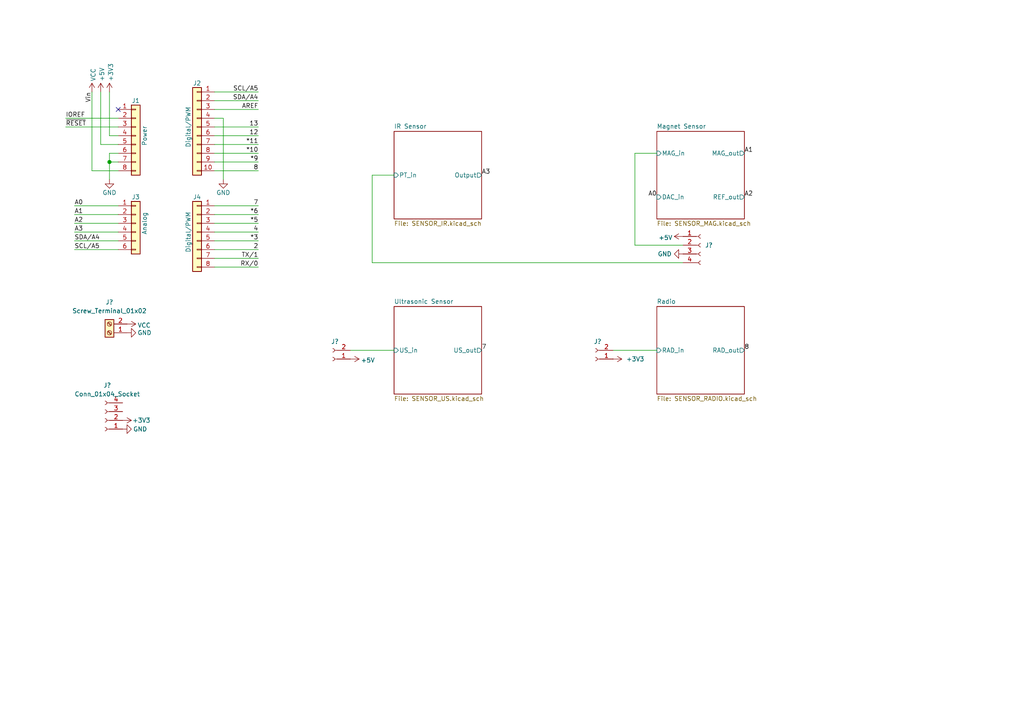
<source format=kicad_sch>
(kicad_sch (version 20231120) (generator "eeschema") (generator_version "8.0")
  (paper "A4")
  (title_block (date "2024-05-30") (company "Group 27") (comment 1 "* Indicates a PWM-capable pin (Atmega328P boards only)"))
  (lib_symbols
    (symbol "+3V3_1" (power) (pin_numbers hide) (pin_names (offset 0) hide)
      (property "Value" "+3V3" (at 0 3.556 0))
      (symbol "+3V3_1_0_1"
        (polyline (pts (xy -0.762 1.27) (xy 0 2.54)))
        (polyline (pts (xy 0 0) (xy 0 2.54)))
        (polyline (pts (xy 0 2.54) (xy 0.762 1.27)))
      )
      (symbol "+3V3_1_1_1"
        (pin power_in line (at 0 0 90) (length 0) (name "~") (number "1"))
      )
    )
    (symbol "Connector:Conn_01x02_Socket" (pin_names (offset 1.016) hide)
      (property "Reference" "J" (at 0 2.54 0))
      (property "Value" "Conn_01x02_Socket" (at 0 -5.08 0))
      (symbol "Conn_01x02_Socket_1_1"
        (arc (start 0 -2.032) (mid -0.5058 -2.54) (end 0 -3.048) (stroke (width 0.1524)))
        (polyline (pts (xy -1.27 -2.54) (xy -0.508 -2.54)) (stroke (width 0.1524)))
        (polyline (pts (xy -1.27 0) (xy -0.508 0)) (stroke (width 0.1524)))
        (arc (start 0 0.508) (mid -0.5058 0) (end 0 -0.508) (stroke (width 0.1524)))
        (pin passive line (at -5.08 0 0) (length 3.81) (name "Pin_1") (number "1"))
        (pin passive line (at -5.08 -2.54 0) (length 3.81) (name "Pin_2") (number "2"))
      )
    )
    (symbol "Connector:Conn_01x04_Socket" (pin_names (offset 1.016) hide)
      (property "Reference" "J" (at 0 5.08 0))
      (property "Value" "Conn_01x04_Socket" (at 0 -7.62 0))
      (symbol "Conn_01x04_Socket_1_1"
        (arc (start 0 -4.572) (mid -0.5058 -5.08) (end 0 -5.588) (stroke (width 0.1524)))
        (arc (start 0 -2.032) (mid -0.5058 -2.54) (end 0 -3.048) (stroke (width 0.1524)))
        (polyline (pts (xy -1.27 -5.08) (xy -0.508 -5.08)) (stroke (width 0.1524)))
        (polyline (pts (xy -1.27 -2.54) (xy -0.508 -2.54)) (stroke (width 0.1524)))
        (polyline (pts (xy -1.27 0) (xy -0.508 0)) (stroke (width 0.1524)))
        (polyline (pts (xy -1.27 2.54) (xy -0.508 2.54)) (stroke (width 0.1524)))
        (arc (start 0 0.508) (mid -0.5058 0) (end 0 -0.508) (stroke (width 0.1524)))
        (arc (start 0 3.048) (mid -0.5058 2.54) (end 0 2.032) (stroke (width 0.1524)))
        (pin passive line (at -5.08 2.54 0) (length 3.81) (name "Pin_1") (number "1"))
        (pin passive line (at -5.08 0 0) (length 3.81) (name "Pin_2") (number "2"))
        (pin passive line (at -5.08 -2.54 0) (length 3.81) (name "Pin_3") (number "3"))
        (pin passive line (at -5.08 -5.08 0) (length 3.81) (name "Pin_4") (number "4"))
      )
    )
    (symbol "Connector:Screw_Terminal_01x02" (pin_names (offset 1.016) hide)
      (property "Reference" "J" (at 0 2.54 0))
      (property "Value" "Screw_Terminal_01x02" (at 0 -5.08 0))
      (symbol "Screw_Terminal_01x02_1_1"
        (rectangle (start -1.27 1.27) (end 1.27 -3.81) (stroke (width 0.254)) (fill (type background)))
        (circle (center 0 -2.54) (radius 0.635) (stroke (width 0.1524)))
        (polyline (pts (xy -0.5334 -2.2098) (xy 0.3302 -3.048)) (stroke (width 0.1524)))
        (polyline (pts (xy -0.5334 0.3302) (xy 0.3302 -0.508)) (stroke (width 0.1524)))
        (polyline (pts (xy -0.3556 -2.032) (xy 0.508 -2.8702)) (stroke (width 0.1524)))
        (polyline (pts (xy -0.3556 0.508) (xy 0.508 -0.3302)) (stroke (width 0.1524)))
        (circle (center 0 0) (radius 0.635) (stroke (width 0.1524)))
        (pin passive line (at -5.08 0 0) (length 3.81) (name "Pin_1") (number "1"))
        (pin passive line (at -5.08 -2.54 0) (length 3.81) (name "Pin_2") (number "2"))
      )
    )
    (symbol "Connector_Generic:Conn_01x06" (pin_names (offset 1.016) hide)
      (property "Reference" "J" (at 0 7.62 0))
      (property "Value" "Conn_01x06" (at 0 -10.16 0))
      (symbol "Conn_01x06_1_1"
        (rectangle (start -1.27 -7.493) (end 0 -7.747) (stroke (width 0.1524)))
        (rectangle (start -1.27 -4.953) (end 0 -5.207) (stroke (width 0.1524)))
        (rectangle (start -1.27 -2.413) (end 0 -2.667) (stroke (width 0.1524)))
        (rectangle (start -1.27 0.127) (end 0 -0.127) (stroke (width 0.1524)))
        (rectangle (start -1.27 2.667) (end 0 2.413) (stroke (width 0.1524)))
        (rectangle (start -1.27 5.207) (end 0 4.953) (stroke (width 0.1524)))
        (rectangle (start -1.27 6.35) (end 1.27 -8.89) (stroke (width 0.254)) (fill (type background)))
        (pin passive line (at -5.08 5.08 0) (length 3.81) (name "Pin_1") (number "1"))
        (pin passive line (at -5.08 2.54 0) (length 3.81) (name "Pin_2") (number "2"))
        (pin passive line (at -5.08 0 0) (length 3.81) (name "Pin_3") (number "3"))
        (pin passive line (at -5.08 -2.54 0) (length 3.81) (name "Pin_4") (number "4"))
        (pin passive line (at -5.08 -5.08 0) (length 3.81) (name "Pin_5") (number "5"))
        (pin passive line (at -5.08 -7.62 0) (length 3.81) (name "Pin_6") (number "6"))
      )
    )
    (symbol "Connector_Generic:Conn_01x08" (pin_names (offset 1.016) hide)
      (property "Reference" "J" (at 0 10.16 0))
      (property "Value" "Conn_01x08" (at 0 -12.7 0))
      (symbol "Conn_01x08_1_1"
        (rectangle (start -1.27 -10.033) (end 0 -10.287) (stroke (width 0.1524)))
        (rectangle (start -1.27 -7.493) (end 0 -7.747) (stroke (width 0.1524)))
        (rectangle (start -1.27 -4.953) (end 0 -5.207) (stroke (width 0.1524)))
        (rectangle (start -1.27 -2.413) (end 0 -2.667) (stroke (width 0.1524)))
        (rectangle (start -1.27 0.127) (end 0 -0.127) (stroke (width 0.1524)))
        (rectangle (start -1.27 2.667) (end 0 2.413) (stroke (width 0.1524)))
        (rectangle (start -1.27 5.207) (end 0 4.953) (stroke (width 0.1524)))
        (rectangle (start -1.27 7.747) (end 0 7.493) (stroke (width 0.1524)))
        (rectangle (start -1.27 8.89) (end 1.27 -11.43) (stroke (width 0.254)) (fill (type background)))
        (pin passive line (at -5.08 7.62 0) (length 3.81) (name "Pin_1") (number "1"))
        (pin passive line (at -5.08 5.08 0) (length 3.81) (name "Pin_2") (number "2"))
        (pin passive line (at -5.08 2.54 0) (length 3.81) (name "Pin_3") (number "3"))
        (pin passive line (at -5.08 0 0) (length 3.81) (name "Pin_4") (number "4"))
        (pin passive line (at -5.08 -2.54 0) (length 3.81) (name "Pin_5") (number "5"))
        (pin passive line (at -5.08 -5.08 0) (length 3.81) (name "Pin_6") (number "6"))
        (pin passive line (at -5.08 -7.62 0) (length 3.81) (name "Pin_7") (number "7"))
        (pin passive line (at -5.08 -10.16 0) (length 3.81) (name "Pin_8") (number "8"))
      )
    )
    (symbol "Connector_Generic:Conn_01x10" (pin_names (offset 1.016) hide)
      (property "Reference" "J" (at 0 12.7 0))
      (property "Value" "Conn_01x10" (at 0 -15.24 0))
      (symbol "Conn_01x10_1_1"
        (rectangle (start -1.27 -12.573) (end 0 -12.827) (stroke (width 0.1524)))
        (rectangle (start -1.27 -10.033) (end 0 -10.287) (stroke (width 0.1524)))
        (rectangle (start -1.27 -7.493) (end 0 -7.747) (stroke (width 0.1524)))
        (rectangle (start -1.27 -4.953) (end 0 -5.207) (stroke (width 0.1524)))
        (rectangle (start -1.27 -2.413) (end 0 -2.667) (stroke (width 0.1524)))
        (rectangle (start -1.27 0.127) (end 0 -0.127) (stroke (width 0.1524)))
        (rectangle (start -1.27 2.667) (end 0 2.413) (stroke (width 0.1524)))
        (rectangle (start -1.27 5.207) (end 0 4.953) (stroke (width 0.1524)))
        (rectangle (start -1.27 7.747) (end 0 7.493) (stroke (width 0.1524)))
        (rectangle (start -1.27 10.287) (end 0 10.033) (stroke (width 0.1524)))
        (rectangle (start -1.27 11.43) (end 1.27 -13.97) (stroke (width 0.254)) (fill (type background)))
        (pin passive line (at -5.08 10.16 0) (length 3.81) (name "Pin_1") (number "1"))
        (pin passive line (at -5.08 -12.7 0) (length 3.81) (name "Pin_10") (number "10"))
        (pin passive line (at -5.08 7.62 0) (length 3.81) (name "Pin_2") (number "2"))
        (pin passive line (at -5.08 5.08 0) (length 3.81) (name "Pin_3") (number "3"))
        (pin passive line (at -5.08 2.54 0) (length 3.81) (name "Pin_4") (number "4"))
        (pin passive line (at -5.08 0 0) (length 3.81) (name "Pin_5") (number "5"))
        (pin passive line (at -5.08 -2.54 0) (length 3.81) (name "Pin_6") (number "6"))
        (pin passive line (at -5.08 -5.08 0) (length 3.81) (name "Pin_7") (number "7"))
        (pin passive line (at -5.08 -7.62 0) (length 3.81) (name "Pin_8") (number "8"))
        (pin passive line (at -5.08 -10.16 0) (length 3.81) (name "Pin_9") (number "9"))
      )
    )
    (symbol "power:+3V3" (power) (pin_names (offset 0))
      (property "Value" "+3V3" (at 0 3.556 0))
      (symbol "+3V3_0_1"
        (polyline (pts (xy -0.762 1.27) (xy 0 2.54)))
        (polyline (pts (xy 0 0) (xy 0 2.54)))
        (polyline (pts (xy 0 2.54) (xy 0.762 1.27)))
      )
      (symbol "+3V3_1_1"
        (pin power_in line (at 0 0 90) (length 0) hide (name "+3V3") (number "1"))
      )
    )
    (symbol "power:+5V" (power) (pin_names (offset 0))
      (property "Value" "+5V" (at 0 3.556 0))
      (symbol "+5V_0_1"
        (polyline (pts (xy -0.762 1.27) (xy 0 2.54)))
        (polyline (pts (xy 0 0) (xy 0 2.54)))
        (polyline (pts (xy 0 2.54) (xy 0.762 1.27)))
      )
      (symbol "+5V_1_1"
        (pin power_in line (at 0 0 90) (length 0) hide (name "+5V") (number "1"))
      )
    )
    (symbol "power:GND" (power) (pin_names (offset 0))
      (property "Value" "GND" (at 0 -3.81 0))
      (symbol "GND_0_1"
        (polyline (pts (xy 0 0) (xy 0 -1.27) (xy 1.27 -1.27) (xy 0 -2.54) (xy -1.27 -1.27) (xy 0 -1.27)))
      )
      (symbol "GND_1_1"
        (pin power_in line (at 0 0 270) (length 0) hide (name "GND") (number "1"))
      )
    )
    (symbol "power:VCC" (power) (pin_names (offset 0))
      (property "Value" "VCC" (at 0 3.81 0))
      (symbol "VCC_0_1"
        (polyline (pts (xy -0.762 1.27) (xy 0 2.54)))
        (polyline (pts (xy 0 0) (xy 0 2.54)))
        (polyline (pts (xy 0 2.54) (xy 0.762 1.27)))
      )
      (symbol "VCC_1_1"
        (pin power_in line (at 0 0 90) (length 0) hide (name "VCC") (number "1"))
      )
    )
  )
  (junction (at 31.75 46.99) (diameter 1.016))
  (no_connect (at 34.29 31.75))
  (wire (pts (xy 62.23 77.47) (xy 74.93 77.47)))
  (wire (pts (xy 62.23 44.45) (xy 74.93 44.45)))
  (wire (pts (xy 62.23 26.67) (xy 74.93 26.67)))
  (wire (pts (xy 107.95 50.8) (xy 114.3 50.8)))
  (wire (pts (xy 31.75 44.45) (xy 31.75 46.99)))
  (wire (pts (xy 21.59 72.39) (xy 34.29 72.39)))
  (wire (pts (xy 31.75 46.99) (xy 31.75 52.07)))
  (wire (pts (xy 31.75 39.37) (xy 34.29 39.37)))
  (wire (pts (xy 29.21 41.91) (xy 34.29 41.91)))
  (wire (pts (xy 29.21 26.67) (xy 29.21 41.91)))
  (wire (pts (xy 62.23 36.83) (xy 74.93 36.83)))
  (wire (pts (xy 31.75 26.67) (xy 31.75 39.37)))
  (wire (pts (xy 62.23 59.69) (xy 74.93 59.69)))
  (wire (pts (xy 34.29 59.69) (xy 21.59 59.69)))
  (wire (pts (xy 62.23 39.37) (xy 74.93 39.37)))
  (wire (pts (xy 62.23 62.23) (xy 74.93 62.23)))
  (wire (pts (xy 62.23 46.99) (xy 74.93 46.99)))
  (wire (pts (xy 62.23 67.31) (xy 74.93 67.31)))
  (wire (pts (xy 198.12 76.2) (xy 107.95 76.2)))
  (wire (pts (xy 19.05 34.29) (xy 34.29 34.29)))
  (wire (pts (xy 64.77 34.29) (xy 64.77 52.07)))
  (wire (pts (xy 62.23 31.75) (xy 74.93 31.75)))
  (wire (pts (xy 107.95 76.2) (xy 107.95 50.8)))
  (wire (pts (xy 34.29 64.77) (xy 21.59 64.77)))
  (wire (pts (xy 19.05 36.83) (xy 34.29 36.83)))
  (wire (pts (xy 34.29 46.99) (xy 31.75 46.99)))
  (wire (pts (xy 101.6 101.6) (xy 114.3 101.6)))
  (wire (pts (xy 34.29 49.53) (xy 26.67 49.53)))
  (wire (pts (xy 21.59 62.23) (xy 34.29 62.23)))
  (wire (pts (xy 62.23 34.29) (xy 64.77 34.29)))
  (wire (pts (xy 34.29 44.45) (xy 31.75 44.45)))
  (wire (pts (xy 62.23 41.91) (xy 74.93 41.91)))
  (wire (pts (xy 177.8 101.6) (xy 190.5 101.6)))
  (wire (pts (xy 62.23 64.77) (xy 74.93 64.77)))
  (wire (pts (xy 21.59 67.31) (xy 34.29 67.31)))
  (wire (pts (xy 184.15 71.12) (xy 184.15 44.45)))
  (wire (pts (xy 198.12 71.12) (xy 184.15 71.12)))
  (wire (pts (xy 62.23 29.21) (xy 74.93 29.21)))
  (wire (pts (xy 184.15 44.45) (xy 190.5 44.45)))
  (wire (pts (xy 62.23 72.39) (xy 74.93 72.39)))
  (wire (pts (xy 62.23 69.85) (xy 74.93 69.85)))
  (wire (pts (xy 62.23 74.93) (xy 74.93 74.93)))
  (wire (pts (xy 26.67 49.53) (xy 26.67 26.67)))
  (wire (pts (xy 34.29 69.85) (xy 21.59 69.85)))
  (wire (pts (xy 62.23 49.53) (xy 74.93 49.53)))
  (label "RX{slash}0" (at 74.93 77.47 180))
  (label "A2" (at 21.59 64.77 0))
  (label "4" (at 74.93 67.31 180))
  (label "2" (at 74.93 72.39 180))
  (label "A3" (at 21.59 67.31 0))
  (label "13" (at 74.93 36.83 180))
  (label "12" (at 74.93 39.37 180))
  (label "~{RESET}" (at 19.05 36.83 0))
  (label "*10" (at 74.93 44.45 180))
  (label "7" (at 139.7 101.6 0))
  (label "A2" (at 215.9 57.15 0))
  (label "A3" (at 139.7 50.8 0))
  (label "7" (at 74.93 59.69 180))
  (label "SDA{slash}A4" (at 74.93 29.21 180))
  (label "8" (at 74.93 49.53 180))
  (label "A0" (at 190.5 57.15 180))
  (label "*11" (at 74.93 41.91 180))
  (label "*3" (at 74.93 69.85 180))
  (label "8" (at 215.9 101.6 0))
  (label "A1" (at 21.59 62.23 0))
  (label "TX{slash}1" (at 74.93 74.93 180))
  (label "A0" (at 21.59 59.69 0))
  (label "AREF" (at 74.93 31.75 180))
  (label "A1" (at 215.9 44.45 0))
  (label "Vin" (at 26.67 26.67 270))
  (label "*6" (at 74.93 62.23 180))
  (label "SCL{slash}A5" (at 74.93 26.67 180))
  (label "*9" (at 74.93 46.99 180))
  (label "*5" (at 74.93 64.77 180))
  (label "IOREF" (at 19.05 34.29 0))
  (label "SDA{slash}A4" (at 21.59 69.85 0))
  (label "SCL{slash}A5" (at 21.59 72.39 0))
  (symbol (lib_id "Connector_Generic:Conn_01x08") (at 39.37 39.37 0) (unit 1)
    (property "Reference" "J1" (at 39.37 29.21 0))
    (property "Value" "Power" (at 41.91 39.37 90))
    (property "Footprint" "Connector_PinSocket_2.54mm:PinSocket_1x08_P2.54mm_Vertical" (effects (hide yes)))
  )
  (symbol (lib_id "power:+3V3") (at 31.75 26.67 0) (unit 1)
    (property "Reference" "#PWR03" (effects (hide yes)))
    (property "Value" "+3V3" (at 32.131 23.622 90) (effects (justify left)))
  )
  (symbol (lib_id "power:+5V") (at 29.21 26.67 0) (unit 1)
    (property "Reference" "#PWR02" (effects (hide yes)))
    (property "Value" "+5V" (at 29.5656 23.622 90) (effects (justify left)))
  )
  (symbol (lib_id "power:GND") (at 31.75 52.07 0) (unit 1)
    (property "Reference" "#PWR04" (effects (hide yes)))
    (property "Value" "GND" (at 31.75 55.88 0))
  )
  (symbol (lib_id "Connector_Generic:Conn_01x10") (at 57.15 36.83 0) (mirror y) (unit 1)
    (property "Reference" "J2" (at 57.15 24.13 0))
    (property "Value" "Digital/PWM" (at 54.61 36.83 90))
    (property "Footprint" "Connector_PinSocket_2.54mm:PinSocket_1x10_P2.54mm_Vertical" (effects (hide yes)))
  )
  (symbol (lib_id "power:GND") (at 64.77 52.07 0) (unit 1)
    (property "Reference" "#PWR05" (effects (hide yes)))
    (property "Value" "GND" (at 64.77 55.88 0))
  )
  (symbol (lib_id "Connector_Generic:Conn_01x06") (at 39.37 64.77 0) (unit 1)
    (property "Reference" "J3" (at 39.37 57.15 0))
    (property "Value" "Analog" (at 41.91 64.77 90))
    (property "Footprint" "Connector_PinSocket_2.54mm:PinSocket_1x06_P2.54mm_Vertical" (effects (hide yes)))
  )
  (symbol (lib_id "Connector_Generic:Conn_01x08") (at 57.15 67.31 0) (mirror y) (unit 1)
    (property "Reference" "J4" (at 57.15 57.15 0))
    (property "Value" "Digital/PWM" (at 54.61 67.31 90))
    (property "Footprint" "Connector_PinSocket_2.54mm:PinSocket_1x08_P2.54mm_Vertical" (effects (hide yes)))
  )
  (symbol (lib_id "Connector:Conn_01x04_Socket") (at 203.2 71.12 0) (unit 1)
    (property "Reference" "J?" (at 204.47 71.1199 0) (effects (justify left)))
    (property "Value" "Conn_01x04_Socket" (effects (hide yes)))
    (property "Footprint" "Connector_PinHeader_2.54mm:PinHeader_1x04_P2.54mm_Vertical" (effects (hide yes)))
    (property "Description" "Generic connector, single row, 01x04, script generated" (effects (hide yes)))
  )
  (symbol (lib_id "power:+3V3") (at 35.56 121.92 270) (unit 1)
    (property "Reference" "#PWR040" (effects (hide yes)))
    (property "Value" "+3V3" (at 38.354 121.92 90) (effects (justify left)))
  )
  (symbol (lib_id "power:GND") (at 198.12 73.66 270) (mirror x) (unit 1)
    (property "Reference" "#PWR026" (effects (hide yes)))
    (property "Value" "GND" (at 192.786 73.66 90))
  )
  (symbol (lib_id "power:+5V") (at 101.6 104.14 270) (unit 1)
    (property "Reference" "#PWR027" (effects (hide yes)))
    (property "Value" "+5V" (at 104.648 104.4956 90) (effects (justify left)))
  )
  (symbol (lib_id "Connector:Conn_01x02_Socket") (at 96.52 104.14 180) (unit 1)
    (property "Reference" "J?" (at 97.155 99.06 0))
    (property "Value" "Conn_01x02_Socket" (effects (hide yes)))
    (property "Footprint" "Connector_PinHeader_2.54mm:PinHeader_1x02_P2.54mm_Vertical" (effects (hide yes)))
    (property "Description" "Generic connector, single row, 01x02, script generated" (effects (hide yes)))
  )
  (symbol (lib_id "power:+5V") (at 198.12 68.58 90) (mirror x) (unit 1)
    (property "Reference" "#PWR024" (effects (hide yes)))
    (property "Value" "+5V" (at 195.072 68.9356 90) (effects (justify left)))
  )
  (symbol (lib_id "power:VCC") (at 26.67 26.67 0) (unit 1)
    (property "Reference" "#PWR01" (effects (hide yes)))
    (property "Value" "VCC" (at 27.051 23.622 90) (effects (justify left)))
  )
  (symbol (lib_id "power:GND") (at 36.83 96.52 90) (unit 1)
    (property "Reference" "#PWR037" (effects (hide yes)))
    (property "Value" "GND" (at 41.91 96.52 90))
  )
  (symbol (lib_id "Connector:Screw_Terminal_01x02") (at 31.75 96.52 180) (unit 1)
    (property "Reference" "J?" (at 31.75 87.63 0))
    (property "Value" "Screw_Terminal_01x02" (at 31.75 90.17 0))
    (property "Description" "Generic screw terminal, single row, 01x02, script generated (kicad-library-utils/schlib/autogen/connector/)" (effects (hide yes)))
  )
  (symbol (lib_id "Connector:Conn_01x02_Socket") (at 172.72 104.14 180) (unit 1)
    (property "Reference" "J?" (at 173.355 99.06 0))
    (property "Value" "Conn_01x02_Socket" (effects (hide yes)))
    (property "Footprint" "Connector_PinHeader_2.54mm:PinHeader_1x02_P2.54mm_Vertical" (effects (hide yes)))
    (property "Description" "Generic connector, single row, 01x02, script generated" (effects (hide yes)))
  )
  (symbol (lib_name "+3V3_1") (lib_id "power:+3V3") (at 177.8 104.14 270) (unit 1)
    (property "Reference" "#PWR025" (effects (hide yes)))
    (property "Value" "+3V3" (at 181.61 104.1399 90) (effects (justify left)))
    (property "Description" "Power symbol creates a global label with name \"+3V3\"" (effects (hide yes)))
  )
  (symbol (lib_id "power:VCC") (at 36.83 93.98 270) (unit 1)
    (property "Reference" "#PWR038" (effects (hide yes)))
    (property "Value" "VCC" (at 39.878 94.361 90) (effects (justify left)))
  )
  (symbol (lib_id "Connector:Conn_01x04_Socket") (at 30.48 121.92 180) (unit 1)
    (property "Reference" "J?" (at 31.115 111.76 0))
    (property "Value" "Conn_01x04_Socket" (at 31.115 114.3 0))
    (property "Description" "Generic connector, single row, 01x04, script generated" (effects (hide yes)))
  )
  (symbol (lib_id "power:GND") (at 35.56 124.46 90) (unit 1)
    (property "Reference" "#PWR039" (effects (hide yes)))
    (property "Value" "GND" (at 40.64 124.46 90))
  )
  (sheet (at 114.3 38.1) (size 25.4 25.4) (stroke (width 0.1524))
    (property "Sheetname" "IR Sensor" (at 114.3 37.3884 0) (effects (justify left bottom)))
    (property "Sheetfile" "SENSOR_IR.kicad_sch" (at 114.3 64.0846 0) (effects (justify left top)))
    (pin "Output" output (at 139.7 50.8 0))
    (pin "PT_in" input (at 114.3 50.8 180))
  )
  (sheet (at 190.5 38.1) (size 25.4 25.4) (stroke (width 0.1524))
    (property "Sheetname" "Magnet Sensor" (at 190.5 37.3884 0) (effects (justify left bottom)))
    (property "Sheetfile" "SENSOR_MAG.kicad_sch" (at 190.5 64.0846 0) (effects (justify left top)))
    (pin "DAC_in" input (at 190.5 57.15 180))
    (pin "MAG_in" input (at 190.5 44.45 180))
    (pin "REF_out" output (at 215.9 57.15 0))
    (pin "MAG_out" output (at 215.9 44.45 0))
  )
  (sheet (at 114.3 88.9) (size 25.4 25.4) (stroke (width 0.1524))
    (property "Sheetname" "Ultrasonic Sensor" (at 114.3 88.1884 0) (effects (justify left bottom)))
    (property "Sheetfile" "SENSOR_US.kicad_sch" (at 114.3 114.8846 0) (effects (justify left top)))
    (pin "US_in" input (at 114.3 101.6 180))
    (pin "US_out" output (at 139.7 101.6 0))
  )
  (sheet (at 190.5 88.9) (size 25.4 25.4) (stroke (width 0.1524))
    (property "Sheetname" "Radio" (at 190.5 88.1884 0) (effects (justify left bottom)))
    (property "Sheetfile" "SENSOR_RADIO.kicad_sch" (at 190.5 114.8846 0) (effects (justify left top)))
    (pin "RAD_in" input (at 190.5 101.6 180))
    (pin "RAD_out" output (at 215.9 101.6 0))
  )
)
</source>
